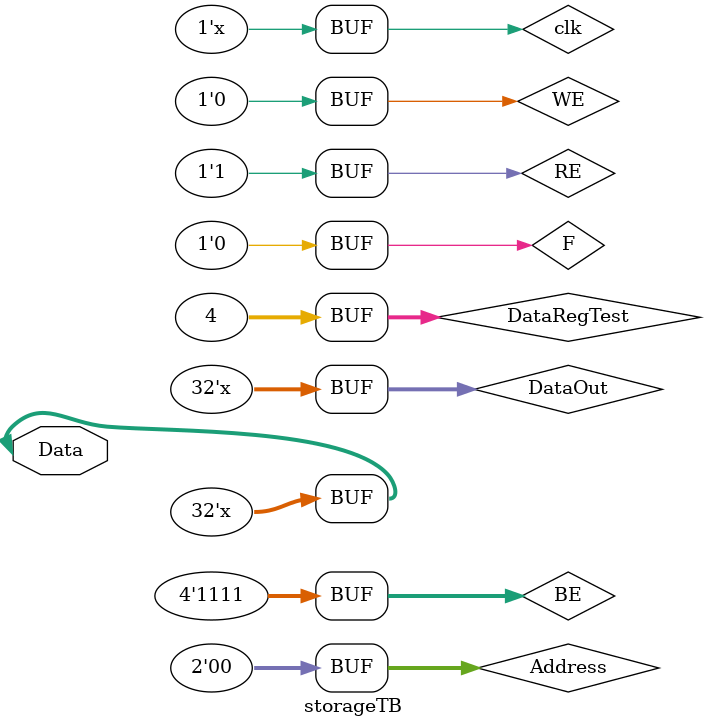
<source format=v>
module storage(Data,F,clk,Address,RE,WE,BE,TrdyControl,addressReg);
inout wire [31:0]Data;
wire [31:0]DataOut;
input [1:0]Address;
input RE,WE,clk,F;
input [3:0]BE;
output reg TrdyControl = 1;
reg [31:0]regBuffer;
reg[31:0] mem[0:2];
output reg [1:0]addressReg = 3;
reg [1:0] address;
reg Frame,re,we;
reg [3:0] be;

reg [31:0] buffer[0:5];
reg [2:0]bufferAddress = 0;

assign Data = (RE) ? mem[addressReg] : 32'bzzzzzzzzzzzzzzzz;
assign DataOut = (WE)? Data: 32'bzzzzzzzzzzzzzzzz; //a is in input mode

always@(posedge clk)
begin
Frame<=F;
re<=RE;
we<=WE;
be<=BE;
address <= Address;
if(we)
begin
regBuffer <= DataOut;
end
end

always@(negedge clk)
begin
if(Frame)
begin
TrdyControl<=1;
bufferAddress = 0;
addressReg<=3;
end

else if(TrdyControl==0)
begin
buffer[bufferAddress]<=mem[0];
buffer[bufferAddress+1]<=mem[1];
buffer[bufferAddress+2]<=mem[2];
if(bufferAddress == 0)
begin
bufferAddress <= bufferAddress + 3;
end
else
begin
bufferAddress <= 0;
end
TrdyControl<=1;
end

else if(!Frame && addressReg == 3)
begin
addressReg<=address;
end
else
begin
if(we)
begin
if(be[0])
mem[addressReg][7:0] <= regBuffer[7:0];
if(be[1])
mem[addressReg][15:8] <= regBuffer[15:8];
if(be[2])
mem[addressReg][23:16] <= regBuffer[23:16];
if(be[3])
mem[addressReg][31:24] <= regBuffer[31:24];
if(addressReg == 2)
begin
TrdyControl <= 0;
addressReg<=0;
end
addressReg <= addressReg + 1;
end
else if(re)
begin
addressReg <= addressReg + 1;
if(addressReg == 2)
addressReg <= 0;
end
end
end
endmodule



module storageTB(Data);
inout wire [31:0]Data;
wire [31:0]DataOut;
reg [31:0] DataRegTest = 0;
reg F =1;
reg [1:0]Address = 0;
reg RE = 0;
reg WE = 0;
reg [3:0]BE = 0;
reg clk;
wire TrdyControl;
wire [1:0]addressReg;

assign Data = (WE)? DataRegTest: 32'bzzzzzzzzzzzzzzzz; //a is in input mode
assign DataOut = (RE)? Data: 32'bzzzzzzzzzzzzzzzz; //a is in input mode
storage s(Data,F,clk,Address,RE,WE,BE,TrdyControl,addressReg);
initial 
begin
clk = 0;
F=1;
$monitor("Data = %b , TrdyControl = %b ",DataOut,TrdyControl);
#10
F = 0;
WE = 1;
RE = 0;
Address = 0;

#10
F = 0;
WE = 1;
RE = 0;
Address = 0;
BE = 4'b1111;
DataRegTest = 2;

#10
F = 0;
WE = 1;
RE = 0;
BE = 4'b0010;
Address = 0;
DataRegTest = 32'h0000ff00;

#10
F = 0;
WE = 1;
RE = 0;
Address = 0;
BE = 4'b1111;
DataRegTest = 4;

/*
#10
F = 0;
WE = 1;
RE = 0;
Address = 0;
DataRegTest = 5;
*/

#10
F = 1;
WE = 0;
RE = 0;
Address = 0;

#10
F = 0;
WE = 0;
RE = 1;
Address = 0;

#10
F = 0;
WE = 0;
RE = 1;
Address = 0;

#10
F = 0;
WE = 0;
RE = 1;
Address = 0;
end
always 
begin
     #5 clk=~clk;
end
endmodule
</source>
